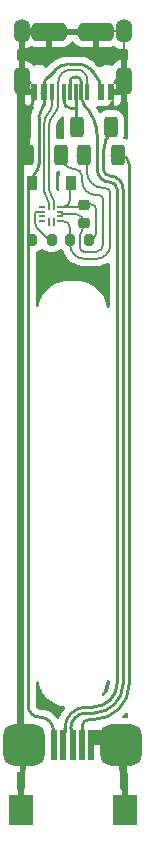
<source format=gbr>
%TF.GenerationSoftware,KiCad,Pcbnew,(6.0.7)*%
%TF.CreationDate,2022-10-02T22:03:49-05:00*%
%TF.ProjectId,OTG_PCB,4f54475f-5043-4422-9e6b-696361645f70,rev?*%
%TF.SameCoordinates,Original*%
%TF.FileFunction,Copper,L1,Top*%
%TF.FilePolarity,Positive*%
%FSLAX46Y46*%
G04 Gerber Fmt 4.6, Leading zero omitted, Abs format (unit mm)*
G04 Created by KiCad (PCBNEW (6.0.7)) date 2022-10-02 22:03:49*
%MOMM*%
%LPD*%
G01*
G04 APERTURE LIST*
G04 Aperture macros list*
%AMRoundRect*
0 Rectangle with rounded corners*
0 $1 Rounding radius*
0 $2 $3 $4 $5 $6 $7 $8 $9 X,Y pos of 4 corners*
0 Add a 4 corners polygon primitive as box body*
4,1,4,$2,$3,$4,$5,$6,$7,$8,$9,$2,$3,0*
0 Add four circle primitives for the rounded corners*
1,1,$1+$1,$2,$3*
1,1,$1+$1,$4,$5*
1,1,$1+$1,$6,$7*
1,1,$1+$1,$8,$9*
0 Add four rect primitives between the rounded corners*
20,1,$1+$1,$2,$3,$4,$5,0*
20,1,$1+$1,$4,$5,$6,$7,0*
20,1,$1+$1,$6,$7,$8,$9,0*
20,1,$1+$1,$8,$9,$2,$3,0*%
G04 Aperture macros list end*
%TA.AperFunction,SMDPad,CuDef*%
%ADD10R,0.200000X0.700001*%
%TD*%
%TA.AperFunction,SMDPad,CuDef*%
%ADD11R,0.499999X0.200000*%
%TD*%
%TA.AperFunction,SMDPad,CuDef*%
%ADD12R,0.900000X1.200000*%
%TD*%
%TA.AperFunction,ComponentPad*%
%ADD13O,1.400000X2.000000*%
%TD*%
%TA.AperFunction,SMDPad,CuDef*%
%ADD14RoundRect,0.381000X1.119000X0.381000X-1.119000X0.381000X-1.119000X-0.381000X1.119000X-0.381000X0*%
%TD*%
%TA.AperFunction,ComponentPad*%
%ADD15O,1.400000X2.500000*%
%TD*%
%TA.AperFunction,SMDPad,CuDef*%
%ADD16R,0.600000X1.450000*%
%TD*%
%TA.AperFunction,SMDPad,CuDef*%
%ADD17R,0.300000X1.450000*%
%TD*%
%TA.AperFunction,ComponentPad*%
%ADD18RoundRect,0.875000X-0.875000X-0.875000X0.875000X-0.875000X0.875000X0.875000X-0.875000X0.875000X0*%
%TD*%
%TA.AperFunction,SMDPad,CuDef*%
%ADD19R,0.500000X2.500000*%
%TD*%
%TA.AperFunction,SMDPad,CuDef*%
%ADD20R,2.000000X2.500000*%
%TD*%
%TA.AperFunction,SMDPad,CuDef*%
%ADD21RoundRect,0.225000X0.250000X-0.225000X0.250000X0.225000X-0.250000X0.225000X-0.250000X-0.225000X0*%
%TD*%
%TA.AperFunction,SMDPad,CuDef*%
%ADD22RoundRect,0.200000X-0.200000X-0.275000X0.200000X-0.275000X0.200000X0.275000X-0.200000X0.275000X0*%
%TD*%
%TA.AperFunction,SMDPad,CuDef*%
%ADD23RoundRect,0.200000X0.200000X0.275000X-0.200000X0.275000X-0.200000X-0.275000X0.200000X-0.275000X0*%
%TD*%
%TA.AperFunction,SMDPad,CuDef*%
%ADD24RoundRect,0.250000X-0.312500X-0.625000X0.312500X-0.625000X0.312500X0.625000X-0.312500X0.625000X0*%
%TD*%
%TA.AperFunction,SMDPad,CuDef*%
%ADD25RoundRect,0.250000X0.312500X0.625000X-0.312500X0.625000X-0.312500X-0.625000X0.312500X-0.625000X0*%
%TD*%
%TA.AperFunction,Conductor*%
%ADD26C,0.200000*%
%TD*%
%TA.AperFunction,Conductor*%
%ADD27C,0.250000*%
%TD*%
G04 APERTURE END LIST*
D10*
%TO.P,U2,1,CC1*%
%TO.N,CC1*%
X109442764Y-84543550D03*
%TO.P,U2,2,CC2*%
%TO.N,CC2*%
X109042764Y-84543550D03*
D11*
%TO.P,U2,3,PORT*%
%TO.N,unconnected-(U2-Pad3)*%
X108492763Y-84593552D03*
%TO.P,U2,4,VBUS_DET*%
%TO.N,Net-(R4-Pad2)*%
X108492763Y-84993551D03*
%TO.P,U2,5,ADDR*%
%TO.N,unconnected-(U2-Pad5)*%
X108492763Y-85393551D03*
%TO.P,U2,6,INT_N_OUT3*%
%TO.N,unconnected-(U2-Pad6)*%
X108492763Y-85793550D03*
D10*
%TO.P,U2,7,SDA_OUT1*%
%TO.N,unconnected-(U2-Pad7)*%
X109042764Y-85843552D03*
%TO.P,U2,8,SCL_OUT2*%
%TO.N,unconnected-(U2-Pad8)*%
X109442764Y-85843552D03*
D11*
%TO.P,U2,9,ID*%
%TO.N,Net-(U2-Pad9)*%
X109992765Y-85793550D03*
%TO.P,U2,10,GND*%
%TO.N,Net-(U2-Pad10)*%
X109992765Y-85393551D03*
%TO.P,U2,11,EN_N*%
X109992765Y-84993551D03*
%TO.P,U2,12,VDD*%
%TO.N,+3V3*%
X109992765Y-84593552D03*
%TD*%
D12*
%TO.P,D1,1,K*%
%TO.N,+3V3*%
X110892764Y-82593551D03*
%TO.P,D1,2,A*%
%TO.N,V+*%
X107592764Y-82593551D03*
%TD*%
D13*
%TO.P,J5,*%
%TO.N,V-*%
X106722764Y-69743551D03*
D14*
X113042764Y-69793551D03*
X109042764Y-69793551D03*
D15*
X106722764Y-73923551D03*
D13*
%TO.N,*%
X115362764Y-69743551D03*
D15*
%TO.N,V-*%
X115362764Y-73923551D03*
D16*
%TO.P,J5,A1,GND*%
X114292764Y-74838551D03*
%TO.P,J5,A4,VBUS*%
%TO.N,V+*%
X113492764Y-74838551D03*
D17*
%TO.P,J5,A5,CC1*%
%TO.N,CC1*%
X112292764Y-74838551D03*
%TO.P,J5,A6,D+*%
%TO.N,Net-(J5-PadA6)*%
X111292764Y-74838551D03*
%TO.P,J5,A7,D-*%
%TO.N,D-*%
X110792764Y-74838551D03*
D16*
%TO.P,J5,A9,VBUS*%
%TO.N,V+*%
X108592764Y-74838551D03*
%TO.P,J5,A12,GND*%
%TO.N,V-*%
X107792764Y-74838551D03*
%TO.P,J5,B1,GND*%
X107792764Y-74838551D03*
%TO.P,J5,B4,VBUS*%
%TO.N,V+*%
X108592764Y-74838551D03*
D17*
%TO.P,J5,B5,CC2*%
%TO.N,CC2*%
X109292764Y-74838551D03*
%TO.P,J5,B6,D+*%
%TO.N,Net-(J5-PadA6)*%
X110292764Y-74838551D03*
%TO.P,J5,B7,D-*%
%TO.N,D-*%
X111792764Y-74838551D03*
D16*
%TO.P,J5,B9,VBUS*%
%TO.N,V+*%
X113492764Y-74838551D03*
%TO.P,J5,B12,GND*%
%TO.N,V-*%
X114292764Y-74838551D03*
%TD*%
D18*
%TO.P,J4,*%
%TO.N,V-*%
X106942764Y-130168551D03*
X115142764Y-130168551D03*
D19*
%TO.P,J4,1,VBUS*%
%TO.N,V+*%
X109442764Y-130168551D03*
%TO.P,J4,2,D-*%
%TO.N,D-*%
X110242764Y-130168551D03*
%TO.P,J4,3,D+*%
%TO.N,D+*%
X111042764Y-130168551D03*
%TO.P,J4,4,ID*%
%TO.N,ID*%
X111842764Y-130168551D03*
%TO.P,J4,5,GND*%
%TO.N,V-*%
X112642764Y-130168551D03*
D20*
%TO.P,J4,6,Shield*%
X106642764Y-135668551D03*
X115442764Y-135668551D03*
%TD*%
D21*
%TO.P,C1,1*%
%TO.N,Net-(U2-Pad10)*%
X112042764Y-85968551D03*
%TO.P,C1,2*%
%TO.N,+3V3*%
X112042764Y-84418551D03*
%TD*%
D22*
%TO.P,R4,1*%
%TO.N,V+*%
X107617764Y-87393551D03*
%TO.P,R4,2*%
%TO.N,Net-(R4-Pad2)*%
X109267764Y-87393551D03*
%TD*%
D23*
%TO.P,R3,1*%
%TO.N,+3V3*%
X112467764Y-87393551D03*
%TO.P,R3,2*%
%TO.N,Net-(U2-Pad9)*%
X110817764Y-87393551D03*
%TD*%
D24*
%TO.P,R6,1*%
%TO.N,Net-(U2-Pad9)*%
X111980264Y-80193551D03*
%TO.P,R6,2*%
%TO.N,ID*%
X114905264Y-80193551D03*
%TD*%
D25*
%TO.P,R7,1*%
%TO.N,Net-(U2-Pad10)*%
X110105264Y-80193551D03*
%TO.P,R7,2*%
%TO.N,V-*%
X107180264Y-80193551D03*
%TD*%
D24*
%TO.P,R5,1*%
%TO.N,Net-(J5-PadA6)*%
X111380264Y-77793551D03*
%TO.P,R5,2*%
%TO.N,D+*%
X114305264Y-77793551D03*
%TD*%
D26*
%TO.N,+3V3*%
X109992765Y-84593552D02*
X110242763Y-84593552D01*
X113042764Y-86818551D02*
X113042764Y-84793551D01*
X109992765Y-84593552D02*
X111867763Y-84593552D01*
X110842764Y-83993551D02*
X110842764Y-82643551D01*
X112642764Y-84393551D02*
X112067764Y-84393551D01*
X110842752Y-83993551D02*
G75*
G02*
X110242763Y-84593552I-599952J-49D01*
G01*
X113042851Y-86818551D02*
G75*
G02*
X112467764Y-87393551I-575051J51D01*
G01*
X112042851Y-84418551D02*
G75*
G02*
X112067764Y-84393551I24949J51D01*
G01*
X112042852Y-84418551D02*
G75*
G02*
X111867763Y-84593552I-175052J51D01*
G01*
X112642764Y-84393636D02*
G75*
G02*
X113042764Y-84793551I36J-399964D01*
G01*
X110892764Y-82593564D02*
G75*
G03*
X110842764Y-82643551I36J-50036D01*
G01*
D27*
%TO.N,D-*%
X113142764Y-78692306D02*
X113142764Y-79093551D01*
X114813765Y-124922550D02*
X114813765Y-83095639D01*
X113142764Y-81427638D02*
X113142764Y-79093551D01*
X110792764Y-74838551D02*
X110814799Y-74838551D01*
X110242764Y-129168551D02*
X110392764Y-129018551D01*
X112192764Y-126943551D02*
X112792764Y-126943551D01*
X110814799Y-74838551D02*
X110818253Y-74835097D01*
X110818253Y-74835097D02*
X110818253Y-74018062D01*
X111242764Y-73593551D02*
X111367936Y-73593551D01*
X111792764Y-75433119D02*
X111792764Y-74838551D01*
X110242764Y-130168551D02*
X110242764Y-129168551D01*
X111792764Y-74018379D02*
X111792764Y-74838551D01*
X110392764Y-129018551D02*
X110392764Y-128743551D01*
X114218536Y-82503336D02*
G75*
G02*
X113142764Y-81427638I-36J1075736D01*
G01*
X113142753Y-78692306D02*
G75*
G03*
X112009575Y-75956550I-3868953J6D01*
G01*
X111792750Y-75433119D02*
G75*
G03*
X112009577Y-75956548I740250J19D01*
G01*
X111242764Y-73593553D02*
G75*
G03*
X110818253Y-74018062I36J-424547D01*
G01*
X111792749Y-74018379D02*
G75*
G03*
X111367936Y-73593551I-424849J-21D01*
G01*
X114813751Y-124922550D02*
G75*
G02*
X112792764Y-126943551I-2020951J-50D01*
G01*
X114221536Y-82503335D02*
G75*
G02*
X114813765Y-83095639I-36J-592265D01*
G01*
X112192764Y-126943564D02*
G75*
G03*
X110392764Y-128743551I36J-1800036D01*
G01*
%TO.N,D+*%
X112839637Y-127443551D02*
X112192764Y-127443551D01*
X115313765Y-83193551D02*
X115313765Y-104769423D01*
X110892764Y-128743551D02*
X110892764Y-129018551D01*
X111042764Y-129168551D02*
X111042764Y-130168551D01*
X110892764Y-129018551D02*
X111042764Y-129168551D01*
X115313765Y-104769423D02*
X115313765Y-116664552D01*
X115313765Y-83264552D02*
X115313765Y-83064552D01*
X113642764Y-81374084D02*
X113642764Y-79974084D01*
X114000100Y-78098714D02*
X114305264Y-77793551D01*
X115313765Y-124969423D02*
X115313765Y-116664552D01*
X114419583Y-78098730D02*
G75*
G03*
X113642764Y-79974084I1875317J-1875370D01*
G01*
X110892751Y-128743551D02*
G75*
G02*
X112192764Y-127443551I1300049J-49D01*
G01*
X112839637Y-127443565D02*
G75*
G03*
X115313765Y-124969423I-37J2474165D01*
G01*
X113642749Y-81374084D02*
G75*
G03*
X114262231Y-81993551I619451J-16D01*
G01*
X114242764Y-81993635D02*
G75*
G02*
X115313765Y-83064552I36J-1070965D01*
G01*
%TO.N,ID*%
X115842764Y-124993551D02*
X115842764Y-80993551D01*
X112442764Y-127993551D02*
X112842764Y-127993551D01*
X115042764Y-80193551D02*
X114305264Y-80193551D01*
X111842764Y-130168551D02*
X111842764Y-128593551D01*
X115042764Y-80193636D02*
G75*
G02*
X115842764Y-80993551I36J-799964D01*
G01*
X112442764Y-127993564D02*
G75*
G03*
X111842764Y-128593551I36J-600036D01*
G01*
X115842851Y-124993551D02*
G75*
G02*
X112842764Y-127993551I-3000051J51D01*
G01*
D26*
%TO.N,CC1*%
X110842764Y-72993551D02*
X111442764Y-72993551D01*
X109442764Y-84543550D02*
X109442764Y-84076393D01*
X112292764Y-73843551D02*
X112292764Y-74838551D01*
X109042764Y-83110709D02*
X109042764Y-77759236D01*
X109842764Y-75827866D02*
X109842764Y-73993551D01*
X109242765Y-83593550D02*
G75*
G02*
X109442764Y-84076393I-482865J-482850D01*
G01*
X109042757Y-83110709D02*
G75*
G03*
X109242765Y-83593550I682843J9D01*
G01*
X109842745Y-75827866D02*
G75*
G02*
X109442763Y-76793550I-1365645J-34D01*
G01*
X110842764Y-72993564D02*
G75*
G03*
X109842764Y-73993551I36J-1000036D01*
G01*
X112292849Y-73843551D02*
G75*
G03*
X111442764Y-72993551I-850049J-49D01*
G01*
X109442735Y-76793522D02*
G75*
G03*
X109042764Y-77759236I965765J-965678D01*
G01*
D27*
%TO.N,V-*%
X115142764Y-130168551D02*
X114567764Y-129593551D01*
X114967764Y-129993551D02*
X112842764Y-129993551D01*
X114767764Y-129793551D02*
X112842764Y-129793551D01*
X115142764Y-130168551D02*
X115017764Y-130168551D01*
X115142764Y-130168551D02*
X114767764Y-129793551D01*
D26*
X114292764Y-74838551D02*
X114447764Y-74838551D01*
D27*
X106642764Y-74003551D02*
X106642764Y-128393551D01*
X106642764Y-130168551D02*
X106642764Y-135668551D01*
X115142764Y-130168551D02*
X114367764Y-129393551D01*
X106442764Y-74203551D02*
X106722764Y-73923551D01*
X114367764Y-129393551D02*
X112842764Y-129393551D01*
X107792764Y-74838551D02*
X107792764Y-75145022D01*
X114042764Y-129193551D02*
X112842764Y-129193551D01*
X107792764Y-74838551D02*
X107637764Y-74838551D01*
X113967764Y-128993551D02*
X112842764Y-128993551D01*
X115442764Y-130168551D02*
X115442764Y-135668551D01*
D26*
X115362764Y-69743551D02*
X106722764Y-69743551D01*
D27*
X115142764Y-130168551D02*
X114967764Y-129993551D01*
X115017764Y-130168551D02*
X114042764Y-129193551D01*
X106942764Y-130168551D02*
X106442764Y-129668551D01*
X106442764Y-129668551D02*
X106442764Y-74203551D01*
D26*
X115362764Y-73923551D02*
X115362764Y-69743551D01*
D27*
X106722764Y-73923551D02*
X106722764Y-69743551D01*
X106792764Y-77559235D02*
X106792764Y-129806419D01*
X106722764Y-73923551D02*
X106642764Y-74003551D01*
X114567764Y-129593551D02*
X112842764Y-129593551D01*
X115142764Y-130168551D02*
X113967764Y-128993551D01*
X106792751Y-130018551D02*
G75*
G02*
X106642764Y-130168551I-149951J-49D01*
G01*
X106792805Y-77559235D02*
G75*
G02*
X107265988Y-76416775I1615695J35D01*
G01*
X106642761Y-130168548D02*
G75*
G03*
X106792764Y-129806419I-362161J362148D01*
G01*
X107265983Y-76416770D02*
G75*
G03*
X107792764Y-75145022I-1271783J1271770D01*
G01*
X106722849Y-73923551D02*
G75*
G03*
X107637764Y-74838551I914951J-49D01*
G01*
D26*
X115362751Y-73923551D02*
G75*
G02*
X114447764Y-74838551I-914951J-49D01*
G01*
%TO.N,CC2*%
X109042764Y-84543550D02*
X109042764Y-84276393D01*
X109292764Y-75989998D02*
X109292764Y-74838551D01*
X108642764Y-83310709D02*
X108642764Y-77559236D01*
X108842765Y-83793550D02*
G75*
G02*
X109042764Y-84276393I-482865J-482850D01*
G01*
X109292759Y-75989998D02*
G75*
G02*
X109042764Y-76593551I-853559J-2D01*
G01*
X109042735Y-76593522D02*
G75*
G03*
X108642764Y-77559236I965765J-965678D01*
G01*
X108642757Y-83310709D02*
G75*
G03*
X108842765Y-83793550I682843J9D01*
G01*
D27*
%TO.N,V+*%
X107292764Y-83121368D02*
X107292764Y-126843551D01*
X112488706Y-72891257D02*
X112825795Y-73228346D01*
X108592764Y-74838551D02*
X108592764Y-75954205D01*
X110709697Y-72514620D02*
X111579424Y-72514620D01*
X108922675Y-73620490D02*
X109546898Y-72996267D01*
X108592764Y-74838551D02*
X108592764Y-74416965D01*
X108592764Y-75263551D02*
X108442764Y-75413551D01*
X108592764Y-74838551D02*
X108592764Y-75263551D01*
X108177258Y-76957357D02*
X108177258Y-80986012D01*
X109442764Y-128993551D02*
X109442764Y-130168551D01*
X108177221Y-76957357D02*
G75*
G02*
X108388171Y-76448143I720179J-43D01*
G01*
X108388173Y-76448145D02*
G75*
G03*
X108592764Y-75954205I-493973J493945D01*
G01*
X108242764Y-127793536D02*
G75*
G02*
X107292764Y-126843551I36J950036D01*
G01*
X110709697Y-72514628D02*
G75*
G03*
X109546898Y-72996267I3J-1644472D01*
G01*
X113492801Y-74838551D02*
G75*
G03*
X112825795Y-73228346I-2277201J-49D01*
G01*
X109442849Y-128993551D02*
G75*
G03*
X108242764Y-127793551I-1200049J-49D01*
G01*
X107292748Y-83121368D02*
G75*
G02*
X107842765Y-81793552I1877852J-32D01*
G01*
X112488686Y-72891277D02*
G75*
G03*
X111579424Y-72514620I-909286J-909223D01*
G01*
X108922703Y-73620518D02*
G75*
G03*
X108592764Y-74416965I796397J-796482D01*
G01*
X108592764Y-74838564D02*
G75*
G03*
X108442764Y-74988551I36J-150036D01*
G01*
X107842763Y-81793550D02*
G75*
G03*
X108177258Y-80986012I-807563J807550D01*
G01*
D26*
%TO.N,Net-(R4-Pad2)*%
X108492763Y-84993551D02*
X108094732Y-84993551D01*
X108042764Y-86393551D02*
X108883665Y-87234452D01*
X107842764Y-85245519D02*
X107842764Y-85910709D01*
X108042770Y-86393545D02*
G75*
G02*
X107842764Y-85910709I482830J482845D01*
G01*
X109267764Y-87393560D02*
G75*
G02*
X108883666Y-87234451I36J543260D01*
G01*
X107842751Y-85245519D02*
G75*
G02*
X108094732Y-84993551I251949J19D01*
G01*
D27*
%TO.N,Net-(J5-PadA6)*%
X111292764Y-74838551D02*
X111292764Y-76243551D01*
X111292764Y-76243551D02*
X111292764Y-77582308D01*
X110892764Y-76243551D02*
X111292764Y-76243551D01*
X110292764Y-74838551D02*
X110292764Y-75643551D01*
X110292849Y-75643551D02*
G75*
G03*
X110892764Y-76243551I599951J-49D01*
G01*
X111417764Y-78193536D02*
G75*
G02*
X111292764Y-78068551I36J125036D01*
G01*
X111380269Y-77793546D02*
G75*
G02*
X111292764Y-77582308I211231J211246D01*
G01*
D26*
%TO.N,Net-(U2-Pad9)*%
X114242764Y-83460715D02*
X114242764Y-87793551D01*
X111380264Y-80193551D02*
X111442764Y-80193551D01*
X112242764Y-80993551D02*
X112242764Y-81593551D01*
X110817764Y-87393551D02*
X110817764Y-86368551D01*
X113642764Y-82993551D02*
X113775600Y-82993551D01*
X110242764Y-85793551D02*
X109992766Y-85793551D01*
X110817764Y-87393551D02*
X110817764Y-87768551D01*
X112042764Y-88993551D02*
X113042764Y-88993551D01*
X113642764Y-82993536D02*
G75*
G02*
X112242764Y-81593551I36J1400036D01*
G01*
X110817764Y-87393536D02*
G75*
G02*
X110842764Y-87418551I36J-24964D01*
G01*
X114242751Y-87793551D02*
G75*
G02*
X113042764Y-88993551I-1199951J-49D01*
G01*
X110242764Y-85793636D02*
G75*
G02*
X110817764Y-86368551I36J-574964D01*
G01*
X109992766Y-85793551D02*
G75*
G03*
X109992766Y-85793551I0J0D01*
G01*
X114242749Y-83460715D02*
G75*
G03*
X113775600Y-82993551I-467149J15D01*
G01*
X112242849Y-80993551D02*
G75*
G03*
X111442764Y-80193551I-800049J-49D01*
G01*
X112042764Y-88993636D02*
G75*
G02*
X110817764Y-87768551I36J1225036D01*
G01*
%TO.N,Net-(U2-Pad10)*%
X110105264Y-80256051D02*
X110105264Y-80193551D01*
X111842764Y-82393551D02*
X111842764Y-81993551D01*
X111642764Y-87076393D02*
X111642764Y-87993551D01*
X110192765Y-85193551D02*
X111267764Y-85193551D01*
X113242764Y-83593551D02*
X113042764Y-83593551D01*
X113642764Y-87793551D02*
X113642764Y-83993551D01*
X112042764Y-88393551D02*
X113042764Y-88393551D01*
X112042764Y-85968551D02*
X112042764Y-86110709D01*
X111242764Y-81393636D02*
G75*
G02*
X111842764Y-81993551I36J-599964D01*
G01*
X110105349Y-80256051D02*
G75*
G03*
X111242764Y-81393551I1137451J-49D01*
G01*
X112042764Y-88393636D02*
G75*
G02*
X111642764Y-87993551I36J400036D01*
G01*
X113242764Y-83593636D02*
G75*
G02*
X113642764Y-83993551I36J-399964D01*
G01*
X112042849Y-85968551D02*
G75*
G03*
X111267764Y-85193551I-775049J-49D01*
G01*
X111842764Y-86593551D02*
G75*
G03*
X112042764Y-86110709I-482864J482851D01*
G01*
X113642751Y-87793551D02*
G75*
G02*
X113042764Y-88393551I-599951J-49D01*
G01*
X111842849Y-82393551D02*
G75*
G03*
X113042764Y-83593551I1199951J-49D01*
G01*
X109992749Y-84993551D02*
G75*
G03*
X110192765Y-85193551I200051J51D01*
G01*
X109992751Y-85393551D02*
G75*
G02*
X110192765Y-85193551I200049J-49D01*
G01*
X111642758Y-87076393D02*
G75*
G02*
X111842764Y-86593551I682842J-7D01*
G01*
%TD*%
%TA.AperFunction,Conductor*%
%TO.N,V-*%
G36*
X115338885Y-129934553D02*
G01*
X115385378Y-129988209D01*
X115396764Y-130040551D01*
X115396764Y-132408436D01*
X115401239Y-132423675D01*
X115402629Y-132424880D01*
X115410312Y-132426551D01*
X115608264Y-132426551D01*
X115676385Y-132446553D01*
X115722878Y-132500209D01*
X115734264Y-132552551D01*
X115734264Y-133828072D01*
X115714262Y-133896193D01*
X115703488Y-133910585D01*
X115698435Y-133916416D01*
X115696764Y-133924099D01*
X115696764Y-135796551D01*
X115676762Y-135864672D01*
X115623106Y-135911165D01*
X115570764Y-135922551D01*
X115314764Y-135922551D01*
X115246643Y-135902549D01*
X115200150Y-135848893D01*
X115188764Y-135796551D01*
X115188764Y-133928667D01*
X115184289Y-133913428D01*
X115182899Y-133912223D01*
X115175216Y-133910552D01*
X115154220Y-133910552D01*
X115086099Y-133890550D01*
X115039606Y-133836894D01*
X115028220Y-133784552D01*
X115028220Y-132523759D01*
X115029966Y-132502854D01*
X115032490Y-132487853D01*
X115032490Y-132487850D01*
X115033296Y-132483061D01*
X115033449Y-132470509D01*
X115032760Y-132465695D01*
X115032687Y-132464579D01*
X115031811Y-132455772D01*
X115015295Y-132161669D01*
X115015097Y-132158142D01*
X114962691Y-131849704D01*
X114893688Y-131610187D01*
X114888764Y-131575307D01*
X114888764Y-130440666D01*
X114884289Y-130425427D01*
X114882899Y-130424222D01*
X114875216Y-130422551D01*
X114179421Y-130422551D01*
X114111300Y-130402549D01*
X114095462Y-130390502D01*
X113984851Y-130291655D01*
X113984850Y-130291654D01*
X113982219Y-130289303D01*
X113776460Y-130143312D01*
X113732478Y-130087580D01*
X113725608Y-130016917D01*
X113758033Y-129953757D01*
X113819457Y-129918154D01*
X113849372Y-129914551D01*
X115270764Y-129914551D01*
X115338885Y-129934553D01*
G37*
%TD.AperFunction*%
%TA.AperFunction,Conductor*%
G36*
X107138885Y-129934553D02*
G01*
X107185378Y-129988209D01*
X107196764Y-130040551D01*
X107196764Y-131575399D01*
X107191840Y-131610279D01*
X107122864Y-131849706D01*
X107122274Y-131853181D01*
X107122272Y-131853188D01*
X107109723Y-131927051D01*
X107070460Y-132158143D01*
X107055041Y-132432722D01*
X107054712Y-132438581D01*
X107053165Y-132452412D01*
X107052232Y-132457957D01*
X107052079Y-132470509D01*
X107052769Y-132475326D01*
X107056035Y-132498133D01*
X107057308Y-132515995D01*
X107057308Y-133784551D01*
X107037306Y-133852672D01*
X106983650Y-133899165D01*
X106931308Y-133910551D01*
X106914879Y-133910551D01*
X106899640Y-133915026D01*
X106898435Y-133916416D01*
X106896764Y-133924099D01*
X106896764Y-135796551D01*
X106876762Y-135864672D01*
X106823106Y-135911165D01*
X106770764Y-135922551D01*
X106514764Y-135922551D01*
X106446643Y-135902549D01*
X106400150Y-135848893D01*
X106388764Y-135796551D01*
X106388764Y-133928667D01*
X106380389Y-133900145D01*
X106356368Y-133862768D01*
X106351264Y-133827269D01*
X106351264Y-132552551D01*
X106371266Y-132484430D01*
X106424922Y-132437937D01*
X106477264Y-132426551D01*
X106670649Y-132426551D01*
X106685888Y-132422076D01*
X106687093Y-132420686D01*
X106688764Y-132413003D01*
X106688764Y-130040551D01*
X106708766Y-129972430D01*
X106762422Y-129925937D01*
X106814764Y-129914551D01*
X107070764Y-129914551D01*
X107138885Y-129934553D01*
G37*
%TD.AperFunction*%
%TA.AperFunction,Conductor*%
G36*
X107941980Y-69509553D02*
G01*
X107956371Y-69520326D01*
X107976629Y-69537880D01*
X107984312Y-69539551D01*
X113170764Y-69539551D01*
X113238885Y-69559553D01*
X113285378Y-69613209D01*
X113296764Y-69665551D01*
X113296764Y-71045436D01*
X113301239Y-71060675D01*
X113302629Y-71061880D01*
X113310312Y-71063551D01*
X114221519Y-71063551D01*
X114226445Y-71063358D01*
X114295845Y-71057896D01*
X114307177Y-71055949D01*
X114475734Y-71010784D01*
X114487992Y-71006079D01*
X114501765Y-70999061D01*
X114571542Y-70985957D01*
X114629243Y-71006746D01*
X114773550Y-71103716D01*
X114778211Y-71106848D01*
X114975744Y-71193559D01*
X115185509Y-71243919D01*
X115268552Y-71248707D01*
X115395270Y-71256014D01*
X115395273Y-71256014D01*
X115400877Y-71256337D01*
X115412161Y-71254971D01*
X115593127Y-71233073D01*
X115663158Y-71244746D01*
X115715760Y-71292428D01*
X115734264Y-71358160D01*
X115734264Y-72071500D01*
X115714262Y-72139621D01*
X115660606Y-72186114D01*
X115620784Y-72195825D01*
X115616764Y-72205935D01*
X115616764Y-75641253D01*
X115620737Y-75654784D01*
X115626197Y-75655569D01*
X115690777Y-75685062D01*
X115729160Y-75744789D01*
X115734264Y-75780286D01*
X115734264Y-78770191D01*
X115714262Y-78838312D01*
X115660606Y-78884805D01*
X115590332Y-78894909D01*
X115554110Y-78881781D01*
X115553369Y-78883371D01*
X115546733Y-78880277D01*
X115540502Y-78876436D01*
X115411946Y-78833796D01*
X115353586Y-78793365D01*
X115326349Y-78727801D01*
X115332020Y-78674536D01*
X115363396Y-78579940D01*
X115363396Y-78579938D01*
X115365561Y-78573412D01*
X115376264Y-78468951D01*
X115376264Y-77118151D01*
X115370575Y-77063320D01*
X115366002Y-77019243D01*
X115366001Y-77019239D01*
X115365290Y-77012385D01*
X115348287Y-76961419D01*
X115311632Y-76851553D01*
X115309314Y-76844605D01*
X115216242Y-76694203D01*
X115091067Y-76569246D01*
X115084836Y-76565405D01*
X114946732Y-76480276D01*
X114946730Y-76480275D01*
X114940502Y-76476436D01*
X114834823Y-76441384D01*
X114779153Y-76422919D01*
X114779151Y-76422919D01*
X114772625Y-76420754D01*
X114765789Y-76420054D01*
X114765786Y-76420053D01*
X114722733Y-76415642D01*
X114668164Y-76410051D01*
X113942364Y-76410051D01*
X113939118Y-76410388D01*
X113939114Y-76410388D01*
X113843456Y-76420313D01*
X113843452Y-76420314D01*
X113836598Y-76421025D01*
X113830062Y-76423206D01*
X113830060Y-76423206D01*
X113697958Y-76467279D01*
X113668818Y-76477001D01*
X113518416Y-76570073D01*
X113513243Y-76575255D01*
X113513238Y-76575259D01*
X113460242Y-76628348D01*
X113397960Y-76662428D01*
X113327140Y-76657425D01*
X113270267Y-76614928D01*
X113259306Y-76597511D01*
X113244592Y-76569246D01*
X113176761Y-76438943D01*
X113165174Y-76420754D01*
X113066426Y-76265750D01*
X113046695Y-76197551D01*
X113066967Y-76129510D01*
X113120807Y-76083230D01*
X113172694Y-76072051D01*
X113840898Y-76072051D01*
X113881484Y-76067642D01*
X113908697Y-76067642D01*
X113941281Y-76071182D01*
X113948092Y-76071551D01*
X114020649Y-76071551D01*
X114035888Y-76067076D01*
X114037093Y-76065686D01*
X114040039Y-76052141D01*
X114074063Y-75989829D01*
X114087582Y-75978107D01*
X114156025Y-75926812D01*
X114243379Y-75810256D01*
X114294509Y-75673867D01*
X114295362Y-75666015D01*
X114295363Y-75666011D01*
X114295501Y-75664736D01*
X114295886Y-75663810D01*
X114297189Y-75658329D01*
X114298076Y-75658540D01*
X114322743Y-75599174D01*
X114381105Y-75558747D01*
X114452060Y-75556291D01*
X114513078Y-75592586D01*
X114544787Y-75656108D01*
X114546764Y-75678343D01*
X114546764Y-76053435D01*
X114551239Y-76068674D01*
X114552629Y-76069879D01*
X114560312Y-76071550D01*
X114637433Y-76071550D01*
X114644254Y-76071180D01*
X114695116Y-76065656D01*
X114710368Y-76062030D01*
X114830818Y-76016875D01*
X114846413Y-76008337D01*
X114948488Y-75931836D01*
X114961049Y-75919275D01*
X115037550Y-75817200D01*
X115046088Y-75801605D01*
X115087983Y-75689851D01*
X115090943Y-75685991D01*
X115108764Y-75641163D01*
X115108764Y-75110666D01*
X115104289Y-75095427D01*
X115102899Y-75094222D01*
X115095216Y-75092551D01*
X114564879Y-75092551D01*
X114549640Y-75097026D01*
X114540474Y-75107604D01*
X114516360Y-75151765D01*
X114454048Y-75185790D01*
X114383232Y-75180726D01*
X114326396Y-75138179D01*
X114301585Y-75071659D01*
X114301264Y-75062670D01*
X114301264Y-74606688D01*
X114321266Y-74538567D01*
X114374922Y-74492074D01*
X114445196Y-74481970D01*
X114509776Y-74511464D01*
X114548160Y-74571190D01*
X114551239Y-74581675D01*
X114552629Y-74582880D01*
X114560312Y-74584551D01*
X115090649Y-74584551D01*
X115105888Y-74580076D01*
X115107093Y-74578686D01*
X115108764Y-74571003D01*
X115108764Y-74195666D01*
X115104289Y-74180427D01*
X115102899Y-74179222D01*
X115095216Y-74177551D01*
X114633438Y-74177551D01*
X114565317Y-74157549D01*
X114518824Y-74103893D01*
X114508720Y-74033619D01*
X114538214Y-73969039D01*
X114546865Y-73960003D01*
X114566291Y-73941633D01*
X114566293Y-73941631D01*
X114571249Y-73936944D01*
X114575081Y-73931306D01*
X114575084Y-73931302D01*
X114669206Y-73792806D01*
X114673041Y-73787163D01*
X114688402Y-73748757D01*
X114732269Y-73692938D01*
X114805390Y-73669551D01*
X115090649Y-73669551D01*
X115105888Y-73665076D01*
X115107093Y-73663686D01*
X115108764Y-73656003D01*
X115108764Y-72205849D01*
X115104791Y-72192318D01*
X115097343Y-72191247D01*
X114909849Y-72248929D01*
X114899504Y-72253150D01*
X114717852Y-72346908D01*
X114708421Y-72352893D01*
X114546244Y-72477336D01*
X114538015Y-72484903D01*
X114427159Y-72606731D01*
X114366519Y-72643653D01*
X114295543Y-72641930D01*
X114280716Y-72636126D01*
X114209133Y-72602746D01*
X114209130Y-72602745D01*
X114202956Y-72599866D01*
X114196308Y-72598380D01*
X114196305Y-72598379D01*
X114031258Y-72561487D01*
X114031259Y-72561487D01*
X114026221Y-72560361D01*
X114020676Y-72560051D01*
X113887520Y-72560051D01*
X113752727Y-72574694D01*
X113669373Y-72602746D01*
X113587560Y-72630279D01*
X113587558Y-72630280D01*
X113581089Y-72632457D01*
X113425859Y-72725728D01*
X113411204Y-72739587D01*
X113408608Y-72742042D01*
X113345369Y-72774313D01*
X113274723Y-72767271D01*
X113232941Y-72739587D01*
X112974847Y-72481493D01*
X112963179Y-72468047D01*
X112951793Y-72452881D01*
X112949314Y-72449579D01*
X112939964Y-72440030D01*
X112934637Y-72435853D01*
X112929305Y-72431430D01*
X112753501Y-72277244D01*
X112750400Y-72274524D01*
X112541198Y-72134730D01*
X112315538Y-72023439D01*
X112077282Y-71942556D01*
X111830508Y-71893463D01*
X111665356Y-71882635D01*
X111665480Y-71880743D01*
X111660778Y-71881460D01*
X111659454Y-71881120D01*
X111646366Y-71881120D01*
X111638123Y-71880850D01*
X111614131Y-71879277D01*
X111604616Y-71878289D01*
X111600397Y-71877688D01*
X111592800Y-71876607D01*
X111585800Y-71876534D01*
X111583562Y-71876510D01*
X111583559Y-71876510D01*
X111579436Y-71876467D01*
X111575347Y-71876962D01*
X111575343Y-71876962D01*
X111548517Y-71880208D01*
X111533382Y-71881120D01*
X110763691Y-71881120D01*
X110745937Y-71879863D01*
X110723060Y-71876607D01*
X110716505Y-71876538D01*
X110713822Y-71876510D01*
X110713819Y-71876510D01*
X110709696Y-71876467D01*
X110705601Y-71876963D01*
X110705592Y-71876963D01*
X110697183Y-71877980D01*
X110689117Y-71878694D01*
X110560442Y-71885921D01*
X110454247Y-71891885D01*
X110202010Y-71934741D01*
X109956158Y-72005569D01*
X109719782Y-72103478D01*
X109716695Y-72105184D01*
X109716689Y-72105187D01*
X109613820Y-72162040D01*
X109495854Y-72227236D01*
X109287190Y-72375288D01*
X109159551Y-72489351D01*
X109158372Y-72488031D01*
X109155505Y-72491694D01*
X109155536Y-72491725D01*
X109146633Y-72500628D01*
X109141512Y-72505470D01*
X109124902Y-72520314D01*
X109116620Y-72527103D01*
X109105211Y-72535668D01*
X109102270Y-72538548D01*
X109102263Y-72538554D01*
X109098609Y-72542133D01*
X109095662Y-72545019D01*
X109083875Y-72560051D01*
X109076448Y-72569523D01*
X109066390Y-72580871D01*
X108882572Y-72764688D01*
X108820260Y-72798713D01*
X108749444Y-72793648D01*
X108716948Y-72775688D01*
X108592507Y-72680545D01*
X108592503Y-72680542D01*
X108587086Y-72676401D01*
X108451935Y-72613379D01*
X108429133Y-72602746D01*
X108429130Y-72602745D01*
X108422956Y-72599866D01*
X108416308Y-72598380D01*
X108416305Y-72598379D01*
X108251258Y-72561487D01*
X108251259Y-72561487D01*
X108246221Y-72560361D01*
X108240676Y-72560051D01*
X108107520Y-72560051D01*
X107972727Y-72574694D01*
X107801089Y-72632457D01*
X107800951Y-72632540D01*
X107733249Y-72642583D01*
X107668537Y-72613379D01*
X107648299Y-72591312D01*
X107644178Y-72585577D01*
X107636883Y-72577126D01*
X107490084Y-72434867D01*
X107481402Y-72427837D01*
X107311736Y-72313826D01*
X107301927Y-72308434D01*
X107114765Y-72226276D01*
X107104170Y-72222710D01*
X106994379Y-72196351D01*
X106980294Y-72197056D01*
X106976764Y-72205935D01*
X106976764Y-73651436D01*
X106981239Y-73666675D01*
X106982629Y-73667880D01*
X106990312Y-73669551D01*
X107280007Y-73669551D01*
X107348128Y-73689553D01*
X107391464Y-73736786D01*
X107457686Y-73862387D01*
X107462091Y-73867600D01*
X107462094Y-73867604D01*
X107548815Y-73970223D01*
X107577507Y-74035164D01*
X107566534Y-74105307D01*
X107519381Y-74158384D01*
X107452577Y-74177551D01*
X106994879Y-74177551D01*
X106979640Y-74182026D01*
X106978435Y-74183416D01*
X106976764Y-74191099D01*
X106976764Y-74566436D01*
X106981239Y-74581675D01*
X106982629Y-74582880D01*
X106990312Y-74584551D01*
X107520649Y-74584551D01*
X107535888Y-74580076D01*
X107545054Y-74569498D01*
X107569168Y-74525337D01*
X107631480Y-74491312D01*
X107702296Y-74496376D01*
X107759132Y-74538923D01*
X107783943Y-74605443D01*
X107784264Y-74614432D01*
X107784264Y-74966551D01*
X107764262Y-75034672D01*
X107710606Y-75081165D01*
X107658264Y-75092551D01*
X106994879Y-75092551D01*
X106979640Y-75097026D01*
X106978435Y-75098416D01*
X106976764Y-75106099D01*
X106976764Y-75641253D01*
X106986634Y-75674869D01*
X106998117Y-75691378D01*
X107039440Y-75801605D01*
X107047978Y-75817200D01*
X107124479Y-75919275D01*
X107137040Y-75931836D01*
X107239115Y-76008337D01*
X107254710Y-76016875D01*
X107375158Y-76062029D01*
X107390413Y-76065656D01*
X107441278Y-76071182D01*
X107448092Y-76071551D01*
X107625516Y-76071551D01*
X107693637Y-76091553D01*
X107740130Y-76145209D01*
X107750234Y-76215483D01*
X107730277Y-76267559D01*
X107724884Y-76275629D01*
X107724879Y-76275637D01*
X107722590Y-76279063D01*
X107644102Y-76438203D01*
X107587058Y-76606226D01*
X107586255Y-76610264D01*
X107586254Y-76610266D01*
X107582656Y-76628348D01*
X107552431Y-76780257D01*
X107548211Y-76844605D01*
X107547624Y-76853550D01*
X107546313Y-76861730D01*
X107546724Y-76861782D01*
X107545730Y-76869647D01*
X107543758Y-76877327D01*
X107543758Y-76903340D01*
X107542500Y-76921102D01*
X107539246Y-76943955D01*
X107539105Y-76957319D01*
X107539601Y-76961419D01*
X107542846Y-76988248D01*
X107543758Y-77003378D01*
X107543758Y-78689398D01*
X107523756Y-78757519D01*
X107470100Y-78804012D01*
X107453255Y-78810294D01*
X107437140Y-78815026D01*
X107435935Y-78816416D01*
X107434264Y-78824099D01*
X107434264Y-80321551D01*
X107414262Y-80389672D01*
X107360606Y-80436165D01*
X107308264Y-80447551D01*
X107052264Y-80447551D01*
X106984143Y-80427549D01*
X106937650Y-80373893D01*
X106926264Y-80321551D01*
X106926264Y-78828667D01*
X106921789Y-78813428D01*
X106920399Y-78812223D01*
X106912716Y-78810552D01*
X106820669Y-78810552D01*
X106814150Y-78810889D01*
X106718558Y-78820808D01*
X106705164Y-78823700D01*
X106550980Y-78875139D01*
X106531181Y-78884414D01*
X106529825Y-78881519D01*
X106475164Y-78896583D01*
X106407386Y-78875449D01*
X106361794Y-78821026D01*
X106351264Y-78770601D01*
X106351264Y-75775602D01*
X106371266Y-75707481D01*
X106424922Y-75660988D01*
X106464744Y-75651277D01*
X106468764Y-75641167D01*
X106468764Y-72205849D01*
X106464791Y-72192318D01*
X106459331Y-72191533D01*
X106394751Y-72162040D01*
X106356368Y-72102313D01*
X106351264Y-72066816D01*
X106351264Y-71345602D01*
X106371266Y-71277481D01*
X106424922Y-71230988D01*
X106464744Y-71221277D01*
X106468730Y-71211253D01*
X106976764Y-71211253D01*
X106980737Y-71224784D01*
X106988185Y-71225855D01*
X107175679Y-71168173D01*
X107186024Y-71163952D01*
X107367678Y-71070193D01*
X107377109Y-71064207D01*
X107447524Y-71010176D01*
X107513744Y-70984575D01*
X107581433Y-70997872D01*
X107597541Y-71006080D01*
X107609796Y-71010785D01*
X107778351Y-71055949D01*
X107789683Y-71057896D01*
X107859083Y-71063358D01*
X107864009Y-71063551D01*
X108770649Y-71063551D01*
X108785888Y-71059076D01*
X108787093Y-71057686D01*
X108788764Y-71050003D01*
X108788764Y-71045436D01*
X109296764Y-71045436D01*
X109301239Y-71060675D01*
X109302629Y-71061880D01*
X109310312Y-71063551D01*
X110221519Y-71063551D01*
X110226445Y-71063358D01*
X110295845Y-71057896D01*
X110307177Y-71055949D01*
X110475734Y-71010784D01*
X110487987Y-71006080D01*
X110642732Y-70927233D01*
X110653746Y-70920081D01*
X110788719Y-70810783D01*
X110797996Y-70801506D01*
X110907294Y-70666533D01*
X110914446Y-70655520D01*
X110930497Y-70624018D01*
X110979245Y-70572403D01*
X111048160Y-70555337D01*
X111115362Y-70578238D01*
X111155031Y-70624018D01*
X111171082Y-70655520D01*
X111178234Y-70666533D01*
X111287532Y-70801506D01*
X111296809Y-70810783D01*
X111431782Y-70920081D01*
X111442796Y-70927233D01*
X111597541Y-71006080D01*
X111609794Y-71010784D01*
X111778351Y-71055949D01*
X111789683Y-71057896D01*
X111859083Y-71063358D01*
X111864009Y-71063551D01*
X112770649Y-71063551D01*
X112785888Y-71059076D01*
X112787093Y-71057686D01*
X112788764Y-71050003D01*
X112788764Y-70065666D01*
X112784289Y-70050427D01*
X112782899Y-70049222D01*
X112775216Y-70047551D01*
X109314879Y-70047551D01*
X109299640Y-70052026D01*
X109298435Y-70053416D01*
X109296764Y-70061099D01*
X109296764Y-71045436D01*
X108788764Y-71045436D01*
X108788764Y-70065666D01*
X108784289Y-70050427D01*
X108782899Y-70049222D01*
X108775216Y-70047551D01*
X107091669Y-70047551D01*
X107023548Y-70027549D01*
X107009157Y-70016776D01*
X106988972Y-69999286D01*
X106979640Y-70002026D01*
X106978435Y-70003416D01*
X106976764Y-70011099D01*
X106976764Y-71211253D01*
X106468730Y-71211253D01*
X106468764Y-71211167D01*
X106468764Y-69615551D01*
X106488766Y-69547430D01*
X106542422Y-69500937D01*
X106594764Y-69489551D01*
X107873859Y-69489551D01*
X107941980Y-69509553D01*
G37*
%TD.AperFunction*%
%TD*%
%TA.AperFunction,NonConductor*%
G36*
X110277144Y-76951216D02*
G01*
X110312747Y-77012641D01*
X110315694Y-77055396D01*
X110309264Y-77118151D01*
X110309264Y-78468951D01*
X110320238Y-78574717D01*
X110322419Y-78581253D01*
X110322419Y-78581255D01*
X110343411Y-78644175D01*
X110345995Y-78715124D01*
X110309812Y-78776208D01*
X110246347Y-78808033D01*
X110223887Y-78810051D01*
X109777264Y-78810051D01*
X109709143Y-78790049D01*
X109662650Y-78736393D01*
X109651264Y-78684051D01*
X109651264Y-77807366D01*
X109652342Y-77790923D01*
X109655437Y-77767410D01*
X109656515Y-77759220D01*
X109655403Y-77750774D01*
X109654931Y-77721981D01*
X109664593Y-77623844D01*
X109669412Y-77599617D01*
X109705295Y-77481315D01*
X109714745Y-77458497D01*
X109773017Y-77349468D01*
X109786735Y-77328936D01*
X109849171Y-77252851D01*
X109867097Y-77235502D01*
X109869102Y-77233408D01*
X109876754Y-77227536D01*
X109876761Y-77227526D01*
X109876771Y-77227519D01*
X109882643Y-77219866D01*
X109882647Y-77219862D01*
X109891311Y-77208570D01*
X109897324Y-77201311D01*
X110020637Y-77063320D01*
X110022992Y-77060685D01*
X110074388Y-76988248D01*
X110087589Y-76969643D01*
X110143321Y-76925661D01*
X110213985Y-76918791D01*
X110277144Y-76951216D01*
G37*
%TD.AperFunction*%
%TA.AperFunction,NonConductor*%
G36*
X109942125Y-81597053D02*
G01*
X109988618Y-81650709D01*
X109998722Y-81720983D01*
X109991986Y-81747280D01*
X109941019Y-81883235D01*
X109934264Y-81945417D01*
X109934264Y-83121463D01*
X109914262Y-83189584D01*
X109860606Y-83236077D01*
X109790332Y-83246181D01*
X109725752Y-83216687D01*
X109712459Y-83203300D01*
X109693452Y-83181045D01*
X109689332Y-83175957D01*
X109680638Y-83164626D01*
X109655682Y-83104374D01*
X109652342Y-83079006D01*
X109651264Y-83062559D01*
X109651264Y-81703051D01*
X109671266Y-81634930D01*
X109724922Y-81588437D01*
X109777264Y-81577051D01*
X109874004Y-81577051D01*
X109942125Y-81597053D01*
G37*
%TD.AperFunction*%
%TA.AperFunction,NonConductor*%
G36*
X108486796Y-88105705D02*
G01*
X108531859Y-88134666D01*
X108627383Y-88230190D01*
X108774065Y-88319023D01*
X108781312Y-88321294D01*
X108781314Y-88321295D01*
X108838121Y-88339097D01*
X108937702Y-88370304D01*
X109011129Y-88377051D01*
X109014027Y-88377051D01*
X109268429Y-88377050D01*
X109524398Y-88377050D01*
X109527256Y-88376787D01*
X109527265Y-88376787D01*
X109562768Y-88373525D01*
X109597826Y-88370304D01*
X109604211Y-88368303D01*
X109754214Y-88321295D01*
X109754216Y-88321294D01*
X109761463Y-88319023D01*
X109908145Y-88230190D01*
X109953669Y-88184666D01*
X110015981Y-88150640D01*
X110086796Y-88155705D01*
X110131859Y-88184666D01*
X110177383Y-88230190D01*
X110246121Y-88271819D01*
X110294026Y-88324215D01*
X110300161Y-88339090D01*
X110345173Y-88471706D01*
X110451471Y-88687277D01*
X110584997Y-88887129D01*
X110743467Y-89067842D01*
X110746565Y-89070559D01*
X110746567Y-89070561D01*
X110921069Y-89223606D01*
X110921075Y-89223611D01*
X110924170Y-89226325D01*
X111124013Y-89359865D01*
X111339576Y-89466178D01*
X111343486Y-89467505D01*
X111343485Y-89467505D01*
X111563268Y-89542120D01*
X111563273Y-89542121D01*
X111567172Y-89543445D01*
X111571213Y-89544249D01*
X111571217Y-89544250D01*
X111798865Y-89589539D01*
X111798867Y-89589539D01*
X111802907Y-89590343D01*
X111807012Y-89590612D01*
X111807018Y-89590613D01*
X111905958Y-89597100D01*
X112020016Y-89604579D01*
X112028180Y-89605384D01*
X112042746Y-89607302D01*
X112074460Y-89603128D01*
X112090900Y-89602051D01*
X112994606Y-89602051D01*
X113011057Y-89603129D01*
X113042746Y-89607302D01*
X113059407Y-89605109D01*
X113067598Y-89604303D01*
X113144062Y-89599293D01*
X113275182Y-89590703D01*
X113275187Y-89590702D01*
X113279313Y-89590432D01*
X113396192Y-89567186D01*
X113507779Y-89544993D01*
X113507786Y-89544991D01*
X113511834Y-89544186D01*
X113515741Y-89542860D01*
X113515744Y-89542859D01*
X113732425Y-89469309D01*
X113732427Y-89469308D01*
X113736328Y-89467984D01*
X113740020Y-89466163D01*
X113740028Y-89466160D01*
X113945255Y-89364955D01*
X113945260Y-89364952D01*
X113948955Y-89363130D01*
X113952382Y-89360840D01*
X113952391Y-89360835D01*
X113984265Y-89339538D01*
X114052018Y-89318324D01*
X114120484Y-89337108D01*
X114167927Y-89389926D01*
X114180265Y-89444304D01*
X114180265Y-93028693D01*
X114160263Y-93096814D01*
X114106607Y-93143307D01*
X114036333Y-93153411D01*
X113971753Y-93123917D01*
X113933369Y-93064191D01*
X113930328Y-93051403D01*
X113883506Y-92795876D01*
X113882821Y-92792137D01*
X113881686Y-92788495D01*
X113793678Y-92506050D01*
X113793676Y-92506046D01*
X113792541Y-92502402D01*
X113667995Y-92225662D01*
X113510999Y-91965952D01*
X113508209Y-91962390D01*
X113446926Y-91884167D01*
X113323842Y-91727060D01*
X113109254Y-91512471D01*
X113106265Y-91510129D01*
X113106259Y-91510124D01*
X112873357Y-91327658D01*
X112870363Y-91325312D01*
X112867042Y-91323304D01*
X112613910Y-91170282D01*
X112610655Y-91168314D01*
X112503429Y-91120056D01*
X112337391Y-91045329D01*
X112337385Y-91045327D01*
X112333915Y-91043765D01*
X112044181Y-90953483D01*
X112040425Y-90952795D01*
X112040422Y-90952794D01*
X111749422Y-90899470D01*
X111749415Y-90899469D01*
X111745676Y-90898784D01*
X111741880Y-90898554D01*
X111741876Y-90898554D01*
X111647622Y-90892855D01*
X111473592Y-90882331D01*
X111460304Y-90880816D01*
X111455307Y-90879975D01*
X111448752Y-90879895D01*
X111447614Y-90879881D01*
X111447611Y-90879881D01*
X111442755Y-90879822D01*
X111437947Y-90880511D01*
X111437942Y-90880511D01*
X111415135Y-90883778D01*
X111397270Y-90885051D01*
X110696005Y-90885051D01*
X110675103Y-90883305D01*
X110660106Y-90880782D01*
X110660102Y-90880782D01*
X110655307Y-90879975D01*
X110649179Y-90879900D01*
X110647622Y-90879881D01*
X110647618Y-90879881D01*
X110642755Y-90879822D01*
X110637933Y-90880512D01*
X110634317Y-90880748D01*
X110630878Y-90881097D01*
X110343625Y-90898478D01*
X110343619Y-90898479D01*
X110339830Y-90898708D01*
X110041324Y-90953417D01*
X110037689Y-90954550D01*
X110037684Y-90954551D01*
X109786988Y-91032678D01*
X109751589Y-91043709D01*
X109748110Y-91045275D01*
X109478325Y-91166701D01*
X109478318Y-91166704D01*
X109474849Y-91168266D01*
X109215141Y-91325272D01*
X108976252Y-91512438D01*
X108761665Y-91727034D01*
X108574510Y-91965931D01*
X108572548Y-91969177D01*
X108572543Y-91969184D01*
X108470038Y-92138757D01*
X108417515Y-92225646D01*
X108292970Y-92502391D01*
X108202691Y-92792130D01*
X108202005Y-92795876D01*
X108176201Y-92936702D01*
X108144249Y-93000102D01*
X108083092Y-93036163D01*
X108012148Y-93033436D01*
X107953940Y-92992787D01*
X107926950Y-92927121D01*
X107926264Y-92913993D01*
X107926264Y-88469617D01*
X107946266Y-88401496D01*
X107999922Y-88355003D01*
X108014585Y-88349383D01*
X108104214Y-88321295D01*
X108104216Y-88321294D01*
X108111463Y-88319023D01*
X108258145Y-88230190D01*
X108353669Y-88134666D01*
X108415981Y-88100640D01*
X108486796Y-88105705D01*
G37*
%TD.AperFunction*%
%TA.AperFunction,NonConductor*%
G36*
X114094381Y-124639044D02*
G01*
X114152589Y-124679694D01*
X114179579Y-124745360D01*
X114180265Y-124758487D01*
X114180265Y-124872546D01*
X114179187Y-124888989D01*
X114175647Y-124915883D01*
X114176481Y-124923434D01*
X114176481Y-124923435D01*
X114177335Y-124931165D01*
X114177709Y-124954881D01*
X114163952Y-125129733D01*
X114160860Y-125149257D01*
X114114666Y-125341683D01*
X114108557Y-125360485D01*
X114032831Y-125543311D01*
X114023855Y-125560927D01*
X113920457Y-125729662D01*
X113908835Y-125745659D01*
X113780319Y-125896132D01*
X113766339Y-125910113D01*
X113720607Y-125949172D01*
X113655817Y-125978203D01*
X113585617Y-125967598D01*
X113532295Y-125920723D01*
X113512779Y-125852462D01*
X113530947Y-125788177D01*
X113666036Y-125564709D01*
X113668008Y-125561447D01*
X113792555Y-125284705D01*
X113793696Y-125281045D01*
X113881705Y-124998594D01*
X113881707Y-124998587D01*
X113882835Y-124994968D01*
X113930328Y-124735777D01*
X113962281Y-124672377D01*
X114023437Y-124636316D01*
X114094381Y-124639044D01*
G37*
%TD.AperFunction*%
%TA.AperFunction,NonConductor*%
G36*
X115646453Y-127420452D02*
G01*
X115705307Y-127460159D01*
X115733351Y-127525382D01*
X115734264Y-127540525D01*
X115734264Y-127784551D01*
X115714262Y-127852672D01*
X115660606Y-127899165D01*
X115608264Y-127910551D01*
X115361593Y-127910551D01*
X115293472Y-127890549D01*
X115246979Y-127836893D01*
X115236875Y-127766619D01*
X115266369Y-127702039D01*
X115276978Y-127691190D01*
X115412878Y-127568022D01*
X115412886Y-127568014D01*
X115415170Y-127565944D01*
X115417242Y-127563658D01*
X115417255Y-127563645D01*
X115514906Y-127455907D01*
X115575474Y-127418866D01*
X115646453Y-127420452D01*
G37*
%TD.AperFunction*%
%TA.AperFunction,NonConductor*%
G36*
X106531654Y-81504816D02*
G01*
X106532373Y-81503274D01*
X106552190Y-81512515D01*
X106638815Y-81541247D01*
X106697175Y-81581678D01*
X106724412Y-81647242D01*
X106711879Y-81717123D01*
X106699975Y-81736404D01*
X106697534Y-81739660D01*
X106697532Y-81739663D01*
X106692149Y-81746846D01*
X106641019Y-81883235D01*
X106634264Y-81945417D01*
X106634264Y-83241685D01*
X106641019Y-83303867D01*
X106645200Y-83315019D01*
X106651246Y-83331147D01*
X106659264Y-83375377D01*
X106659264Y-126789573D01*
X106658008Y-126807320D01*
X106654750Y-126830221D01*
X106654611Y-126843585D01*
X106655106Y-126847671D01*
X106655729Y-126852822D01*
X106656319Y-126858962D01*
X106663487Y-126959104D01*
X106671389Y-127069508D01*
X106719544Y-127290830D01*
X106721118Y-127295048D01*
X106721118Y-127295050D01*
X106767303Y-127418866D01*
X106798704Y-127503046D01*
X106907259Y-127701838D01*
X106909955Y-127705439D01*
X106912648Y-127709036D01*
X106937462Y-127775555D01*
X106922375Y-127844930D01*
X106872176Y-127895135D01*
X106811784Y-127910551D01*
X106477264Y-127910551D01*
X106409143Y-127890549D01*
X106362650Y-127836893D01*
X106351264Y-127784551D01*
X106351264Y-81616323D01*
X106371266Y-81548202D01*
X106424922Y-81501709D01*
X106495196Y-81491605D01*
X106531654Y-81504816D01*
G37*
%TD.AperFunction*%
%TA.AperFunction,NonConductor*%
G36*
X108134776Y-124777412D02*
G01*
X108173160Y-124837138D01*
X108176201Y-124849927D01*
X108202774Y-124994952D01*
X108293050Y-125284681D01*
X108294611Y-125288149D01*
X108294613Y-125288155D01*
X108318703Y-125341683D01*
X108417591Y-125561416D01*
X108419560Y-125564673D01*
X108572614Y-125817869D01*
X108572619Y-125817876D01*
X108574581Y-125821122D01*
X108620597Y-125879860D01*
X108750027Y-126045072D01*
X108761730Y-126060011D01*
X108976309Y-126274599D01*
X109215190Y-126461759D01*
X109474889Y-126618760D01*
X109478358Y-126620321D01*
X109478365Y-126620325D01*
X109684903Y-126713284D01*
X109751619Y-126743312D01*
X110041345Y-126833600D01*
X110095825Y-126843585D01*
X110329107Y-126886341D01*
X110392506Y-126918296D01*
X110428564Y-126979454D01*
X110425833Y-127050399D01*
X110395487Y-127099372D01*
X110370653Y-127124206D01*
X110370645Y-127124215D01*
X110367952Y-127126908D01*
X110365604Y-127129904D01*
X110365603Y-127129906D01*
X110345066Y-127156119D01*
X110186391Y-127358649D01*
X110034087Y-127610585D01*
X110032532Y-127614039D01*
X110032523Y-127614057D01*
X109922067Y-127859469D01*
X109875869Y-127913378D01*
X109807859Y-127933753D01*
X109739630Y-127914124D01*
X109705933Y-127881205D01*
X109705338Y-127881662D01*
X109702820Y-127878381D01*
X109700533Y-127874958D01*
X109697821Y-127871866D01*
X109697815Y-127871858D01*
X109605515Y-127766619D01*
X109542051Y-127694257D01*
X109538956Y-127691543D01*
X109538950Y-127691537D01*
X109364435Y-127538504D01*
X109361338Y-127535788D01*
X109161488Y-127402262D01*
X109157790Y-127400439D01*
X109157784Y-127400435D01*
X108949620Y-127297789D01*
X108945919Y-127295964D01*
X108942019Y-127294640D01*
X108942011Y-127294637D01*
X108722220Y-127220037D01*
X108722219Y-127220037D01*
X108718319Y-127218713D01*
X108714279Y-127217910D01*
X108714277Y-127217909D01*
X108596320Y-127194450D01*
X108482583Y-127171830D01*
X108478472Y-127171561D01*
X108478467Y-127171560D01*
X108300226Y-127159883D01*
X108279831Y-127158547D01*
X108270318Y-127157560D01*
X108260193Y-127156119D01*
X108260191Y-127156119D01*
X108256109Y-127155538D01*
X108249764Y-127155472D01*
X108249471Y-127155433D01*
X108249178Y-127155465D01*
X108242745Y-127155398D01*
X108238647Y-127155894D01*
X108235706Y-127156056D01*
X108209065Y-127154694D01*
X108164688Y-127147664D01*
X108127200Y-127135483D01*
X108105068Y-127124206D01*
X108074524Y-127108643D01*
X108042635Y-127085474D01*
X108000832Y-127043672D01*
X107977660Y-127011779D01*
X107950820Y-126959104D01*
X107938639Y-126921619D01*
X107931462Y-126876325D01*
X107930022Y-126856735D01*
X107930882Y-126850200D01*
X107929697Y-126839466D01*
X107927026Y-126815290D01*
X107926264Y-126801457D01*
X107926264Y-124872636D01*
X107946266Y-124804515D01*
X107999922Y-124758022D01*
X108070196Y-124747918D01*
X108134776Y-124777412D01*
G37*
%TD.AperFunction*%
M02*

</source>
